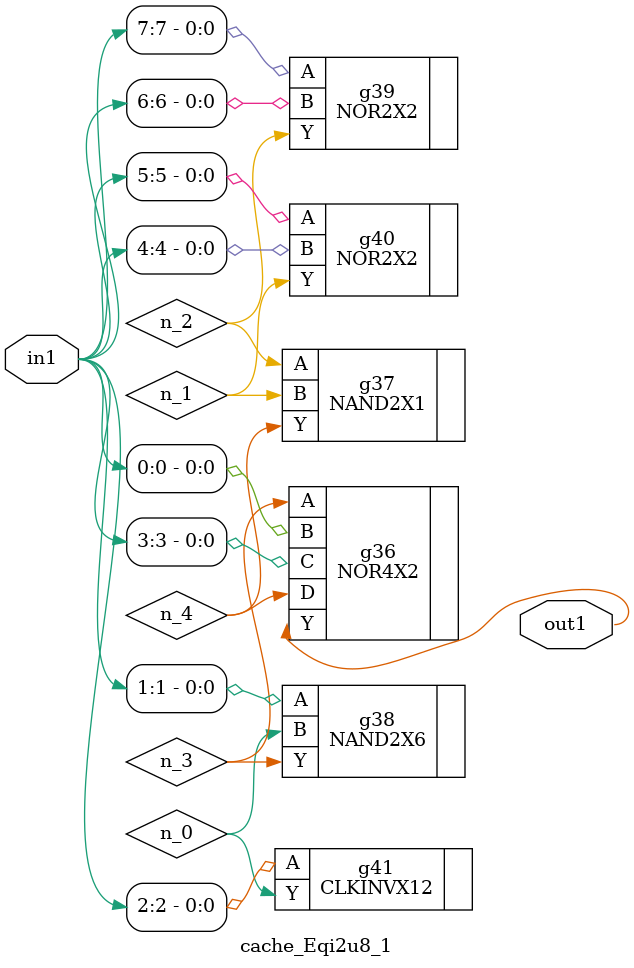
<source format=v>
`timescale 1ps / 1ps


module cache_Eqi2u8_1(in1, out1);
  input [7:0] in1;
  output out1;
  wire [7:0] in1;
  wire out1;
  wire n_0, n_1, n_2, n_3, n_4;
  NOR4X2 g36(.A (n_3), .B (in1[0]), .C (in1[3]), .D (n_4), .Y (out1));
  NAND2X1 g37(.A (n_2), .B (n_1), .Y (n_4));
  NAND2X6 g38(.A (in1[1]), .B (n_0), .Y (n_3));
  NOR2X2 g39(.A (in1[7]), .B (in1[6]), .Y (n_2));
  NOR2X2 g40(.A (in1[5]), .B (in1[4]), .Y (n_1));
  CLKINVX12 g41(.A (in1[2]), .Y (n_0));
endmodule



</source>
